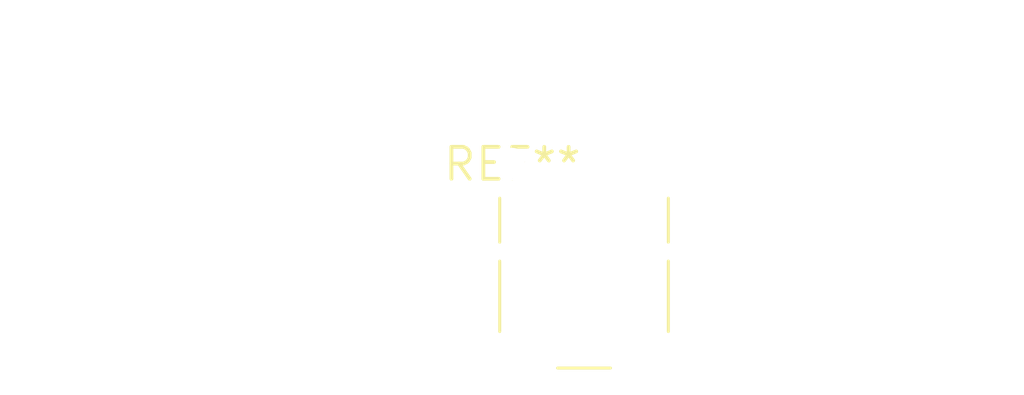
<source format=kicad_pcb>
(kicad_pcb (version 20240108) (generator pcbnew)
  (layers (0 "F.Cu" signal) (31 "B.Cu" signal) (34 "B.Paste" user) (35 "F.Paste" user) (36 "B.SilkS" user "B.Silkscreen") (37 "F.SilkS" user "F.Silkscreen") (38 "B.Mask" user) (39 "F.Mask" user) (44 "Edge.Cuts" user))
  (net 0 "")
  (footprint "Jack_3.5mm_Lumberg_1503_07_Horizontal" (layer "F.Cu") (at 0 0)
    (property "Reference" "REF**")
    (property "Value" "Jack_3.5mm_Lumberg_1503_07_Horizontal")
    (fp_line (start -0.5 1.35) (end -0.5 3.1) (layer "F.SilkS") (stroke (width 0.12)))
    (fp_line (start -0.5 3.85) (end -0.5 6.65) (layer "F.SilkS") (stroke (width 0.12)))
    (fp_line (start 1.8 8.1) (end 3.9 8.1) (layer "F.SilkS") (stroke (width 0.12)))
    (fp_line (start 6.2 1.35) (end 6.2 3.1) (layer "F.SilkS") (stroke (width 0.12)))
    (fp_line (start 6.2 3.85) (end 6.2 6.65) (layer "F.SilkS") (stroke (width 0.12)))
    (pad "" np_thru_hole circle (at 0.35 3.5) (size 1.1 1.1) (drill 1.1) (layers F&B.Cu *.Mask))
    (pad "" np_thru_hole circle (at 5.35 3.5) (size 1.1 1.1) (drill 1.1) (layers F&B.Cu *.Mask))
    (pad "R" thru_hole oval (at 5.15 7.5) (size 1.8 2.3) (drill oval 0.8 1.3) (layers *.Cu *.Mask) (remove_unused_layers))
    (pad "S" thru_hole oval (at 0.55 7.5) (size 1.8 2.3) (drill oval 0.8 1.3) (layers *.Cu *.Mask) (remove_unused_layers))
    (pad "T" thru_hole oval (at 0 0) (size 2 2.3) (drill oval 1 1.3) (layers *.Cu *.Mask) (remove_unused_layers))
    (pad "T" thru_hole oval (at 5.7 0) (size 2 2.3) (drill oval 1 1.3) (layers *.Cu *.Mask) (remove_unused_layers))
  )
)
</source>
